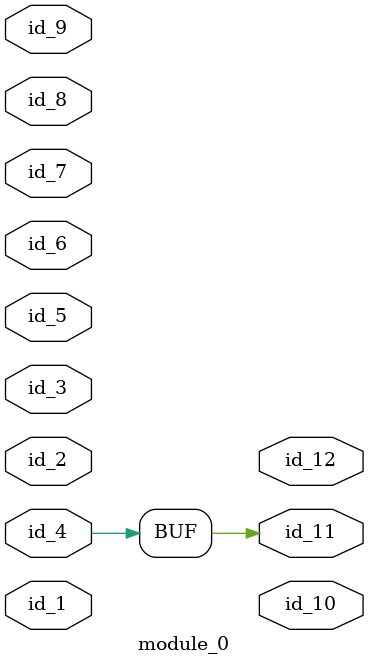
<source format=v>
module module_0 (
    id_1,
    id_2,
    id_3,
    id_4,
    id_5,
    id_6,
    id_7,
    id_8,
    id_9,
    id_10,
    id_11,
    id_12
);
  output id_12;
  output id_11;
  output id_10;
  input id_9;
  input id_8;
  input id_7;
  inout id_6;
  input id_5;
  inout id_4;
  input id_3;
  inout id_2;
  inout id_1;
  assign id_11 = id_4;
  wor id_12;
  always begin
    #1;
    id_12[1] <= id_2[1'b0 : 1] ^ id_7;
  end
endmodule

</source>
